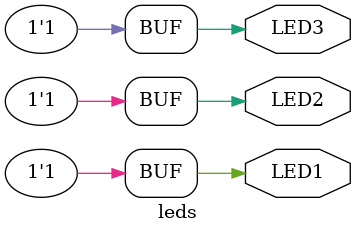
<source format=v>
module leds(	// file.cleaned.mlir:2:3
  output LED1,	// file.cleaned.mlir:2:23
         LED2,	// file.cleaned.mlir:2:38
         LED3	// file.cleaned.mlir:2:53
);

  assign LED1 = 1'h1;	// file.cleaned.mlir:3:13, :4:5
  assign LED2 = 1'h1;	// file.cleaned.mlir:3:13, :4:5
  assign LED3 = 1'h1;	// file.cleaned.mlir:3:13, :4:5
endmodule


</source>
